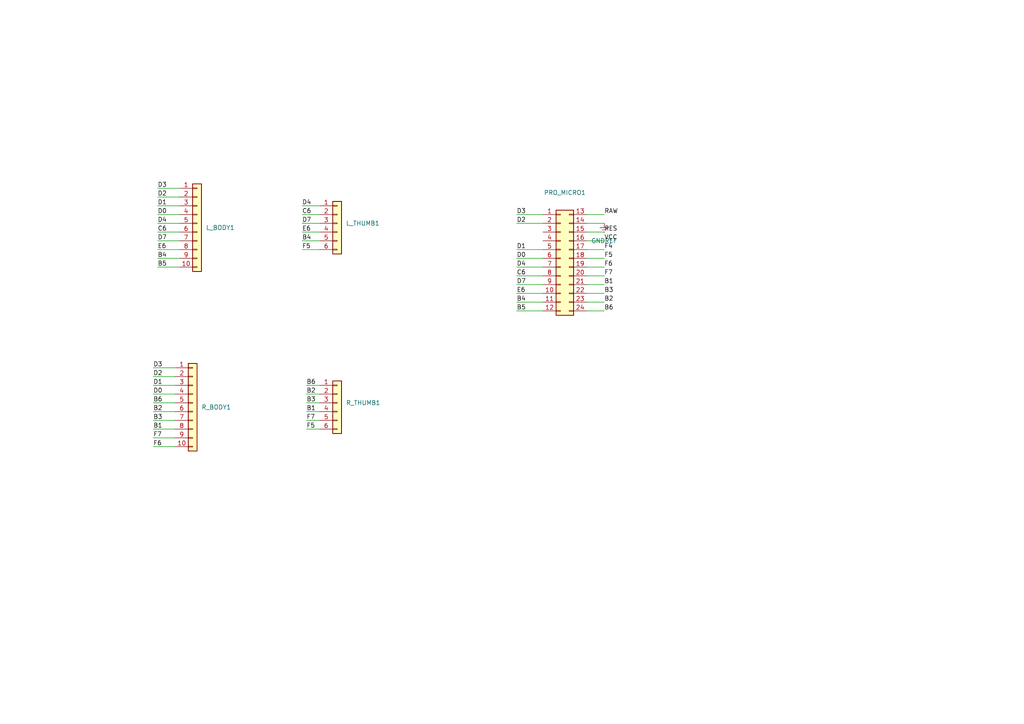
<source format=kicad_sch>
(kicad_sch (version 20211123) (generator eeschema)
  (paper "A4")
  (lib_symbols
    (symbol "Connector_Generic:Conn_01x06" (pin_names (offset 1.016) hide)
      (property "Reference" "J" (at 0 7.62 0))
      (property "Value" "Conn_01x06" (at 0 -10.16 0))
      (symbol "Conn_01x06_1_1"
        (rectangle (start -1.27 -7.493) (end 0 -7.747) (stroke (width 0.1524)))
        (rectangle (start -1.27 -4.953) (end 0 -5.207) (stroke (width 0.1524)))
        (rectangle (start -1.27 -2.413) (end 0 -2.667) (stroke (width 0.1524)))
        (rectangle (start -1.27 0.127) (end 0 -0.127) (stroke (width 0.1524)))
        (rectangle (start -1.27 2.667) (end 0 2.413) (stroke (width 0.1524)))
        (rectangle (start -1.27 5.207) (end 0 4.953) (stroke (width 0.1524)))
        (rectangle (start -1.27 6.35) (end 1.27 -8.89) (stroke (width 0.254)) (fill (type background)))
        (pin passive line (at -5.08 5.08 0) (length 3.81) (name "Pin_1") (number "1"))
        (pin passive line (at -5.08 2.54 0) (length 3.81) (name "Pin_2") (number "2"))
        (pin passive line (at -5.08 0 0) (length 3.81) (name "Pin_3") (number "3"))
        (pin passive line (at -5.08 -2.54 0) (length 3.81) (name "Pin_4") (number "4"))
        (pin passive line (at -5.08 -5.08 0) (length 3.81) (name "Pin_5") (number "5"))
        (pin passive line (at -5.08 -7.62 0) (length 3.81) (name "Pin_6") (number "6"))
      )
    )
    (symbol "Connector_Generic:Conn_01x10" (pin_names (offset 1.016) hide)
      (property "Reference" "J" (at 0 12.7 0))
      (property "Value" "Conn_01x10" (at 0 -15.24 0))
      (symbol "Conn_01x10_1_1"
        (rectangle (start -1.27 -12.573) (end 0 -12.827) (stroke (width 0.1524)))
        (rectangle (start -1.27 -10.033) (end 0 -10.287) (stroke (width 0.1524)))
        (rectangle (start -1.27 -7.493) (end 0 -7.747) (stroke (width 0.1524)))
        (rectangle (start -1.27 -4.953) (end 0 -5.207) (stroke (width 0.1524)))
        (rectangle (start -1.27 -2.413) (end 0 -2.667) (stroke (width 0.1524)))
        (rectangle (start -1.27 0.127) (end 0 -0.127) (stroke (width 0.1524)))
        (rectangle (start -1.27 2.667) (end 0 2.413) (stroke (width 0.1524)))
        (rectangle (start -1.27 5.207) (end 0 4.953) (stroke (width 0.1524)))
        (rectangle (start -1.27 7.747) (end 0 7.493) (stroke (width 0.1524)))
        (rectangle (start -1.27 10.287) (end 0 10.033) (stroke (width 0.1524)))
        (rectangle (start -1.27 11.43) (end 1.27 -13.97) (stroke (width 0.254)) (fill (type background)))
        (pin passive line (at -5.08 10.16 0) (length 3.81) (name "Pin_1") (number "1"))
        (pin passive line (at -5.08 -12.7 0) (length 3.81) (name "Pin_10") (number "10"))
        (pin passive line (at -5.08 7.62 0) (length 3.81) (name "Pin_2") (number "2"))
        (pin passive line (at -5.08 5.08 0) (length 3.81) (name "Pin_3") (number "3"))
        (pin passive line (at -5.08 2.54 0) (length 3.81) (name "Pin_4") (number "4"))
        (pin passive line (at -5.08 0 0) (length 3.81) (name "Pin_5") (number "5"))
        (pin passive line (at -5.08 -2.54 0) (length 3.81) (name "Pin_6") (number "6"))
        (pin passive line (at -5.08 -5.08 0) (length 3.81) (name "Pin_7") (number "7"))
        (pin passive line (at -5.08 -7.62 0) (length 3.81) (name "Pin_8") (number "8"))
        (pin passive line (at -5.08 -10.16 0) (length 3.81) (name "Pin_9") (number "9"))
      )
    )
    (symbol "Connector_Generic:Conn_02x12_Top_Bottom" (pin_names (offset 1.016) hide)
      (property "Reference" "J" (at 1.27 15.24 0))
      (property "Value" "Conn_02x12_Top_Bottom" (at 1.27 -17.78 0))
      (symbol "Conn_02x12_Top_Bottom_1_1"
        (rectangle (start -1.27 -15.113) (end 0 -15.367) (stroke (width 0.1524)))
        (rectangle (start -1.27 -12.573) (end 0 -12.827) (stroke (width 0.1524)))
        (rectangle (start -1.27 -10.033) (end 0 -10.287) (stroke (width 0.1524)))
        (rectangle (start -1.27 -7.493) (end 0 -7.747) (stroke (width 0.1524)))
        (rectangle (start -1.27 -4.953) (end 0 -5.207) (stroke (width 0.1524)))
        (rectangle (start -1.27 -2.413) (end 0 -2.667) (stroke (width 0.1524)))
        (rectangle (start -1.27 0.127) (end 0 -0.127) (stroke (width 0.1524)))
        (rectangle (start -1.27 2.667) (end 0 2.413) (stroke (width 0.1524)))
        (rectangle (start -1.27 5.207) (end 0 4.953) (stroke (width 0.1524)))
        (rectangle (start -1.27 7.747) (end 0 7.493) (stroke (width 0.1524)))
        (rectangle (start -1.27 10.287) (end 0 10.033) (stroke (width 0.1524)))
        (rectangle (start -1.27 12.827) (end 0 12.573) (stroke (width 0.1524)))
        (rectangle (start -1.27 13.97) (end 3.81 -16.51) (stroke (width 0.254)) (fill (type background)))
        (rectangle (start 3.81 -15.113) (end 2.54 -15.367) (stroke (width 0.1524)))
        (rectangle (start 3.81 -12.573) (end 2.54 -12.827) (stroke (width 0.1524)))
        (rectangle (start 3.81 -10.033) (end 2.54 -10.287) (stroke (width 0.1524)))
        (rectangle (start 3.81 -7.493) (end 2.54 -7.747) (stroke (width 0.1524)))
        (rectangle (start 3.81 -4.953) (end 2.54 -5.207) (stroke (width 0.1524)))
        (rectangle (start 3.81 -2.413) (end 2.54 -2.667) (stroke (width 0.1524)))
        (rectangle (start 3.81 0.127) (end 2.54 -0.127) (stroke (width 0.1524)))
        (rectangle (start 3.81 2.667) (end 2.54 2.413) (stroke (width 0.1524)))
        (rectangle (start 3.81 5.207) (end 2.54 4.953) (stroke (width 0.1524)))
        (rectangle (start 3.81 7.747) (end 2.54 7.493) (stroke (width 0.1524)))
        (rectangle (start 3.81 10.287) (end 2.54 10.033) (stroke (width 0.1524)))
        (rectangle (start 3.81 12.827) (end 2.54 12.573) (stroke (width 0.1524)))
        (pin passive line (at -5.08 12.7 0) (length 3.81) (name "Pin_1") (number "1"))
        (pin passive line (at -5.08 -10.16 0) (length 3.81) (name "Pin_10") (number "10"))
        (pin passive line (at -5.08 -12.7 0) (length 3.81) (name "Pin_11") (number "11"))
        (pin passive line (at -5.08 -15.24 0) (length 3.81) (name "Pin_12") (number "12"))
        (pin passive line (at 7.62 12.7 180) (length 3.81) (name "Pin_13") (number "13"))
        (pin passive line (at 7.62 10.16 180) (length 3.81) (name "Pin_14") (number "14"))
        (pin passive line (at 7.62 7.62 180) (length 3.81) (name "Pin_15") (number "15"))
        (pin passive line (at 7.62 5.08 180) (length 3.81) (name "Pin_16") (number "16"))
        (pin passive line (at 7.62 2.54 180) (length 3.81) (name "Pin_17") (number "17"))
        (pin passive line (at 7.62 0 180) (length 3.81) (name "Pin_18") (number "18"))
        (pin passive line (at 7.62 -2.54 180) (length 3.81) (name "Pin_19") (number "19"))
        (pin passive line (at -5.08 10.16 0) (length 3.81) (name "Pin_2") (number "2"))
        (pin passive line (at 7.62 -5.08 180) (length 3.81) (name "Pin_20") (number "20"))
        (pin passive line (at 7.62 -7.62 180) (length 3.81) (name "Pin_21") (number "21"))
        (pin passive line (at 7.62 -10.16 180) (length 3.81) (name "Pin_22") (number "22"))
        (pin passive line (at 7.62 -12.7 180) (length 3.81) (name "Pin_23") (number "23"))
        (pin passive line (at 7.62 -15.24 180) (length 3.81) (name "Pin_24") (number "24"))
        (pin passive line (at -5.08 7.62 0) (length 3.81) (name "Pin_3") (number "3"))
        (pin passive line (at -5.08 5.08 0) (length 3.81) (name "Pin_4") (number "4"))
        (pin passive line (at -5.08 2.54 0) (length 3.81) (name "Pin_5") (number "5"))
        (pin passive line (at -5.08 0 0) (length 3.81) (name "Pin_6") (number "6"))
        (pin passive line (at -5.08 -2.54 0) (length 3.81) (name "Pin_7") (number "7"))
        (pin passive line (at -5.08 -5.08 0) (length 3.81) (name "Pin_8") (number "8"))
        (pin passive line (at -5.08 -7.62 0) (length 3.81) (name "Pin_9") (number "9"))
      )
    )
    (symbol "power:GNDREF" (power) (pin_names (offset 0))
      (property "Value" "GNDREF" (at 0 -3.81 0))
      (symbol "GNDREF_0_1"
        (polyline (pts (xy -0.635 -1.905) (xy 0.635 -1.905)))
        (polyline (pts (xy -0.127 -2.54) (xy 0.127 -2.54)))
        (polyline (pts (xy 0 -1.27) (xy 0 0)))
        (polyline (pts (xy 1.27 -1.27) (xy -1.27 -1.27)))
      )
      (symbol "GNDREF_1_1"
        (pin power_in line (at 0 0 270) (length 0) hide (name "GNDREF") (number "1"))
      )
    )
  )
  (wire (pts (xy 45.72 67.31) (xy 52.07 67.31)))
  (wire (pts (xy 45.72 62.23) (xy 52.07 62.23)))
  (wire (pts (xy 45.72 64.77) (xy 52.07 64.77)))
  (wire (pts (xy 170.18 90.17) (xy 175.26 90.17)))
  (wire (pts (xy 170.18 82.55) (xy 175.26 82.55)))
  (wire (pts (xy 170.18 64.77) (xy 175.26 64.77)))
  (wire (pts (xy 44.45 111.76) (xy 50.8 111.76)))
  (wire (pts (xy 149.86 64.77) (xy 157.48 64.77)))
  (wire (pts (xy 88.9 116.84) (xy 92.71 116.84)))
  (wire (pts (xy 88.9 121.92) (xy 92.71 121.92)))
  (wire (pts (xy 45.72 69.85) (xy 52.07 69.85)))
  (wire (pts (xy 44.45 116.84) (xy 50.8 116.84)))
  (wire (pts (xy 149.86 80.01) (xy 157.48 80.01)))
  (wire (pts (xy 45.72 77.47) (xy 52.07 77.47)))
  (wire (pts (xy 87.63 62.23) (xy 92.71 62.23)))
  (wire (pts (xy 170.18 74.93) (xy 175.26 74.93)))
  (wire (pts (xy 44.45 127) (xy 50.8 127)))
  (wire (pts (xy 149.86 74.93) (xy 157.48 74.93)))
  (wire (pts (xy 149.86 87.63) (xy 157.48 87.63)))
  (wire (pts (xy 88.9 111.76) (xy 92.71 111.76)))
  (wire (pts (xy 170.18 80.01) (xy 175.26 80.01)))
  (wire (pts (xy 44.45 119.38) (xy 50.8 119.38)))
  (wire (pts (xy 170.18 85.09) (xy 175.26 85.09)))
  (wire (pts (xy 170.18 69.85) (xy 175.26 69.85)))
  (wire (pts (xy 45.72 59.69) (xy 52.07 59.69)))
  (wire (pts (xy 170.18 72.39) (xy 175.26 72.39)))
  (wire (pts (xy 44.45 129.54) (xy 50.8 129.54)))
  (wire (pts (xy 87.63 72.39) (xy 92.71 72.39)))
  (wire (pts (xy 170.18 87.63) (xy 175.26 87.63)))
  (wire (pts (xy 88.9 114.3) (xy 92.71 114.3)))
  (wire (pts (xy 149.86 62.23) (xy 157.48 62.23)))
  (wire (pts (xy 44.45 106.68) (xy 50.8 106.68)))
  (wire (pts (xy 170.18 62.23) (xy 175.26 62.23)))
  (wire (pts (xy 44.45 114.3) (xy 50.8 114.3)))
  (wire (pts (xy 45.72 54.61) (xy 52.07 54.61)))
  (wire (pts (xy 170.18 67.31) (xy 175.26 67.31)))
  (wire (pts (xy 149.86 82.55) (xy 157.48 82.55)))
  (wire (pts (xy 45.72 74.93) (xy 52.07 74.93)))
  (wire (pts (xy 87.63 59.69) (xy 92.71 59.69)))
  (wire (pts (xy 149.86 90.17) (xy 157.48 90.17)))
  (wire (pts (xy 87.63 69.85) (xy 92.71 69.85)))
  (wire (pts (xy 88.9 124.46) (xy 92.71 124.46)))
  (wire (pts (xy 44.45 109.22) (xy 50.8 109.22)))
  (wire (pts (xy 45.72 72.39) (xy 52.07 72.39)))
  (wire (pts (xy 87.63 64.77) (xy 92.71 64.77)))
  (wire (pts (xy 87.63 67.31) (xy 92.71 67.31)))
  (wire (pts (xy 45.72 57.15) (xy 52.07 57.15)))
  (wire (pts (xy 149.86 72.39) (xy 157.48 72.39)))
  (wire (pts (xy 88.9 119.38) (xy 92.71 119.38)))
  (wire (pts (xy 149.86 85.09) (xy 157.48 85.09)))
  (wire (pts (xy 149.86 77.47) (xy 157.48 77.47)))
  (wire (pts (xy 170.18 77.47) (xy 175.26 77.47)))
  (wire (pts (xy 44.45 124.46) (xy 50.8 124.46)))
  (wire (pts (xy 44.45 121.92) (xy 50.8 121.92)))
  (label "C6" (at 45.72 67.31 0))
  (label "B6" (at 44.45 116.84 0))
  (label "F7" (at 175.26 80.01 0))
  (label "C6" (at 149.86 80.01 0))
  (label "F5" (at 175.26 74.93 0))
  (label "RAW" (at 175.26 62.23 0))
  (label "B2" (at 175.26 87.63 0))
  (label "B3" (at 175.26 85.09 0))
  (label "D0" (at 149.86 74.93 0))
  (label "D3" (at 149.86 62.23 0))
  (label "B2" (at 44.45 119.38 0))
  (label "B1" (at 44.45 124.46 0))
  (label "B1" (at 88.9 119.38 0))
  (label "D4" (at 149.86 77.47 0))
  (label "B4" (at 149.86 87.63 0))
  (label "D1" (at 149.86 72.39 0))
  (label "D4" (at 45.72 64.77 0))
  (label "B6" (at 175.26 90.17 0))
  (label "E6" (at 45.72 72.39 0))
  (label "RES" (at 175.26 67.31 0))
  (label "D7" (at 45.72 69.85 0))
  (label "D0" (at 45.72 62.23 0))
  (label "D4" (at 87.63 59.69 0))
  (label "F7" (at 44.45 127 0))
  (label "D1" (at 44.45 111.76 0))
  (label "D3" (at 45.72 54.61 0))
  (label "B3" (at 88.9 116.84 0))
  (label "D0" (at 44.45 114.3 0))
  (label "D1" (at 45.72 59.69 0))
  (label "D7" (at 149.86 82.55 0))
  (label "D2" (at 149.86 64.77 0))
  (label "B4" (at 45.72 74.93 0))
  (label "D3" (at 44.45 106.68 0))
  (label "F6" (at 44.45 129.54 0))
  (label "F6" (at 175.26 77.47 0))
  (label "B6" (at 88.9 111.76 0))
  (label "C6" (at 87.63 62.23 0))
  (label "F4" (at 175.26 72.39 0))
  (label "E6" (at 149.86 85.09 0))
  (label "B1" (at 175.26 82.55 0))
  (label "B5" (at 149.86 90.17 0))
  (label "D2" (at 44.45 109.22 0))
  (label "B5" (at 45.72 77.47 0))
  (label "VCC" (at 175.26 69.85 0))
  (label "B2" (at 88.9 114.3 0))
  (label "D7" (at 87.63 64.77 0))
  (label "F5" (at 88.9 124.46 0))
  (label "B3" (at 44.45 121.92 0))
  (label "D2" (at 45.72 57.15 0))
  (label "E6" (at 87.63 67.31 0))
  (label "F7" (at 88.9 121.92 0))
  (label "B4" (at 87.63 69.85 0))
  (label "F5" (at 87.63 72.39 0))
  (symbol (lib_id "Connector_Generic:Conn_01x06") (at 97.79 64.77 0) (unit 1)
    (property "Reference" "L_THUMB1" (at 100.33 64.7699 0) (effects (justify left)))
    (property "Value" "Conn_01x06" (effects hide))
    (property "Footprint" "Connector_PinHeader_1.27mm:PinHeader_1x06_P1.27mm_Vertical" (effects hide))
  )
  (symbol (lib_id "Connector_Generic:Conn_01x10") (at 57.15 64.77 0) (unit 1)
    (property "Reference" "L_BODY1" (at 59.69 66.0399 0) (effects (justify left)))
    (property "Value" "Conn_01x10" (effects hide))
    (property "Footprint" "Connector_PinHeader_1.27mm:PinHeader_1x10_P1.27mm_Vertical" (effects hide))
  )
  (symbol (lib_id "Connector_Generic:Conn_01x10") (at 55.88 116.84 0) (unit 1)
    (property "Reference" "R_BODY1" (at 58.42 118.1099 0) (effects (justify left)))
    (property "Value" "Conn_01x10" (effects hide))
    (property "Footprint" "Connector_PinHeader_1.27mm:PinHeader_1x10_P1.27mm_Vertical" (effects hide))
  )
  (symbol (lib_id "Connector_Generic:Conn_02x12_Top_Bottom") (at 162.56 74.93 0) (unit 1)
    (property "Reference" "PRO_MICRO1" (at 163.83 55.88 0))
    (property "Value" "Conn_02x12_Top_Bottom" (effects hide))
    (property "Footprint" "promicro:ProMicro-EnforcedTop" (effects hide))
  )
  (symbol (lib_id "power:GNDREF") (at 175.26 64.77 0) (unit 1)
    (property "Reference" "#PWR0101" (effects hide))
    (property "Value" "GNDREF" (at 175.26 69.85 0))
  )
  (symbol (lib_id "Connector_Generic:Conn_01x06") (at 97.79 116.84 0) (unit 1)
    (property "Reference" "R_THUMB1" (at 100.33 116.8399 0) (effects (justify left)))
    (property "Value" "Conn_01x06" (effects hide))
    (property "Footprint" "Connector_PinHeader_1.27mm:PinHeader_1x06_P1.27mm_Vertical" (effects hide))
  )
)
</source>
